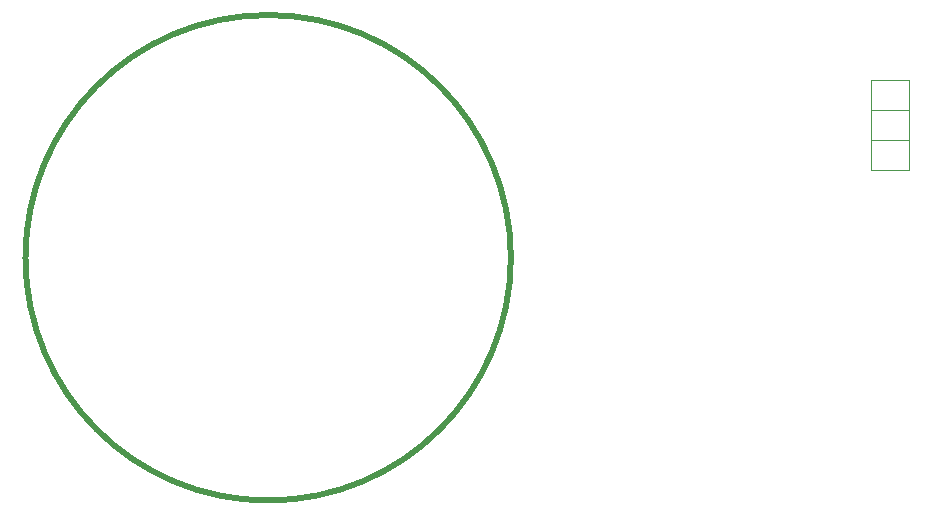
<source format=gbr>
%TF.GenerationSoftware,KiCad,Pcbnew,(6.0.4)*%
%TF.CreationDate,2022-05-17T22:37:59+02:00*%
%TF.ProjectId,battoota,62617474-6f6f-4746-912e-6b696361645f,v1.0.0*%
%TF.SameCoordinates,Original*%
%TF.FileFunction,Other,User*%
%FSLAX46Y46*%
G04 Gerber Fmt 4.6, Leading zero omitted, Abs format (unit mm)*
G04 Created by KiCad (PCBNEW (6.0.4)) date 2022-05-17 22:37:59*
%MOMM*%
%LPD*%
G01*
G04 APERTURE LIST*
%ADD10C,0.050000*%
%ADD11C,0.550000*%
G04 APERTURE END LIST*
D10*
%TO.C,MCU1*%
X157268690Y99892542D02*
X160568690Y99892542D01*
X160568690Y97312542D02*
X157268690Y97312542D01*
X157268690Y94812542D02*
X157268690Y97312542D01*
X160568690Y102392542D02*
X160568690Y99892542D01*
X160568690Y99852542D02*
X157268690Y99852542D01*
X157268690Y97352542D02*
X160568690Y97352542D01*
X157268690Y97352542D02*
X157268690Y99852542D01*
X157268690Y94812542D02*
X160568690Y94812542D01*
X160568690Y102392542D02*
X157268690Y102392542D01*
X157268690Y99892542D02*
X157268690Y102392542D01*
X160568690Y97312542D02*
X160568690Y94812542D01*
X160568690Y99852542D02*
X160568690Y97352542D01*
D11*
%TO.C,REF\u002A\u002A*%
X126820304Y87379126D02*
G75*
G03*
X126820304Y87379126I-20550000J0D01*
G01*
%TD*%
M02*

</source>
